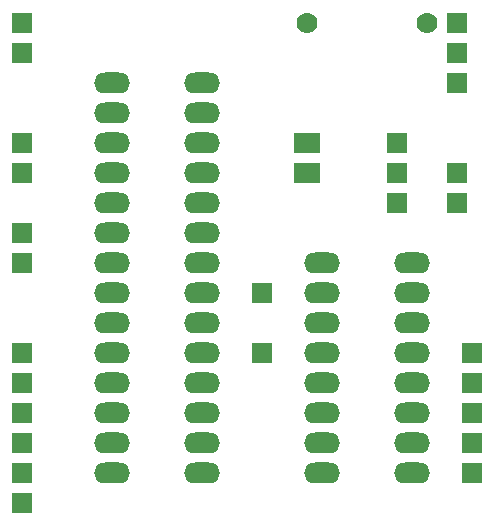
<source format=gbr>
%FSLAX35Y35*%
%MOIN*%
G04 EasyPC Gerber Version 18.0.8 Build 3632 *
%ADD70R,0.07000X0.07000*%
%ADD18O,0.12000X0.07000*%
%ADD19C,0.07000*%
%ADD71R,0.09000X0.07000*%
X0Y0D02*
D02*
D18*
X155250Y25171D03*
Y35171D03*
Y45171D03*
Y55171D03*
Y65171D03*
Y75171D03*
Y85171D03*
Y95171D03*
X125250Y25171D03*
Y35171D03*
Y45171D03*
Y55171D03*
Y65171D03*
Y75171D03*
Y85171D03*
Y95171D03*
X85250Y25171D03*
Y35171D03*
Y45171D03*
Y55171D03*
Y65171D03*
Y75171D03*
Y85171D03*
Y95171D03*
Y105171D03*
Y115171D03*
Y125171D03*
Y135171D03*
Y145171D03*
Y155171D03*
X55250Y25171D03*
Y35171D03*
Y45171D03*
Y55171D03*
Y65171D03*
Y75171D03*
Y85171D03*
Y95171D03*
Y105171D03*
Y115171D03*
Y125171D03*
Y135171D03*
Y145171D03*
Y155171D03*
D02*
D19*
X160250Y175171D03*
X120250D03*
D02*
D70*
X175250Y25171D03*
Y35171D03*
Y45171D03*
Y55171D03*
Y65171D03*
X170250Y115171D03*
Y125171D03*
Y155171D03*
Y165171D03*
Y175171D03*
X150250Y115171D03*
Y125171D03*
Y135171D03*
X105250Y65171D03*
Y85171D03*
X25250Y15171D03*
Y25171D03*
Y35171D03*
Y45171D03*
Y55171D03*
Y65171D03*
Y95171D03*
Y105171D03*
Y125171D03*
Y135171D03*
Y165171D03*
Y175171D03*
D02*
D71*
X120250Y125171D03*
Y135171D03*
X0Y0D02*
M02*

</source>
